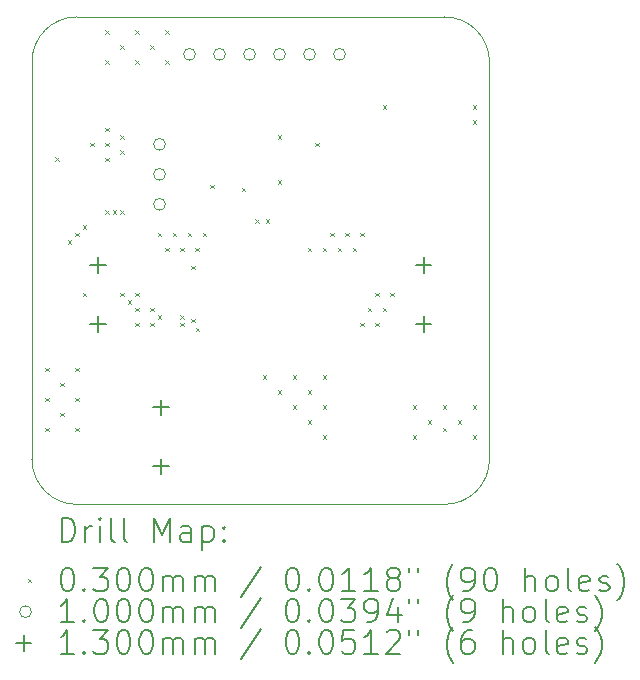
<source format=gbr>
%TF.GenerationSoftware,KiCad,Pcbnew,(6.0.7)*%
%TF.CreationDate,2022-08-26T11:03:14+03:00*%
%TF.ProjectId,DiLight_1.1,44694c69-6768-4745-9f31-2e312e6b6963,rev?*%
%TF.SameCoordinates,Original*%
%TF.FileFunction,Drillmap*%
%TF.FilePolarity,Positive*%
%FSLAX45Y45*%
G04 Gerber Fmt 4.5, Leading zero omitted, Abs format (unit mm)*
G04 Created by KiCad (PCBNEW (6.0.7)) date 2022-08-26 11:03:14*
%MOMM*%
%LPD*%
G01*
G04 APERTURE LIST*
%ADD10C,0.100000*%
%ADD11C,0.200000*%
%ADD12C,0.030000*%
%ADD13C,0.130000*%
G04 APERTURE END LIST*
D10*
X5207000Y-1714500D02*
G75*
G03*
X4826000Y-1333500I-381000J0D01*
G01*
X1333500Y-5080000D02*
G75*
G03*
X1714500Y-5461000I381000J0D01*
G01*
X1333500Y-1714500D02*
X1333500Y-5080000D01*
X5207000Y-5080000D02*
X5207000Y-1714500D01*
X1714500Y-1333500D02*
G75*
G03*
X1333500Y-1714500I0J-381000D01*
G01*
X1714500Y-5461000D02*
X4826000Y-5461000D01*
X4826000Y-5461000D02*
G75*
G03*
X5207000Y-5080000I0J381000D01*
G01*
X4826000Y-1333500D02*
X1714500Y-1333500D01*
D11*
D12*
X1445500Y-4303000D02*
X1475500Y-4333000D01*
X1475500Y-4303000D02*
X1445500Y-4333000D01*
X1445500Y-4557000D02*
X1475500Y-4587000D01*
X1475500Y-4557000D02*
X1445500Y-4587000D01*
X1445500Y-4811000D02*
X1475500Y-4841000D01*
X1475500Y-4811000D02*
X1445500Y-4841000D01*
X1532164Y-2520094D02*
X1562164Y-2550094D01*
X1562164Y-2520094D02*
X1532164Y-2550094D01*
X1572500Y-4430000D02*
X1602500Y-4460000D01*
X1602500Y-4430000D02*
X1572500Y-4460000D01*
X1572500Y-4684000D02*
X1602500Y-4714000D01*
X1602500Y-4684000D02*
X1572500Y-4714000D01*
X1636000Y-3223500D02*
X1666000Y-3253500D01*
X1666000Y-3223500D02*
X1636000Y-3253500D01*
X1699500Y-3160000D02*
X1729500Y-3190000D01*
X1729500Y-3160000D02*
X1699500Y-3190000D01*
X1699500Y-4303000D02*
X1729500Y-4333000D01*
X1729500Y-4303000D02*
X1699500Y-4333000D01*
X1699500Y-4557000D02*
X1729500Y-4587000D01*
X1729500Y-4557000D02*
X1699500Y-4587000D01*
X1699500Y-4811000D02*
X1729500Y-4841000D01*
X1729500Y-4811000D02*
X1699500Y-4841000D01*
X1763000Y-3096500D02*
X1793000Y-3126500D01*
X1793000Y-3096500D02*
X1763000Y-3126500D01*
X1763000Y-3668000D02*
X1793000Y-3698000D01*
X1793000Y-3668000D02*
X1763000Y-3698000D01*
X1826500Y-2398000D02*
X1856500Y-2428000D01*
X1856500Y-2398000D02*
X1826500Y-2428000D01*
X1953500Y-1445500D02*
X1983500Y-1475500D01*
X1983500Y-1445500D02*
X1953500Y-1475500D01*
X1953500Y-1699500D02*
X1983500Y-1729500D01*
X1983500Y-1699500D02*
X1953500Y-1729500D01*
X1953500Y-2271000D02*
X1983500Y-2301000D01*
X1983500Y-2271000D02*
X1953500Y-2301000D01*
X1953500Y-2398000D02*
X1983500Y-2428000D01*
X1983500Y-2398000D02*
X1953500Y-2428000D01*
X1953500Y-2525000D02*
X1983500Y-2555000D01*
X1983500Y-2525000D02*
X1953500Y-2555000D01*
X1953500Y-2969500D02*
X1983500Y-2999500D01*
X1983500Y-2969500D02*
X1953500Y-2999500D01*
X2017000Y-2969500D02*
X2047000Y-2999500D01*
X2047000Y-2969500D02*
X2017000Y-2999500D01*
X2080500Y-1572500D02*
X2110500Y-1602500D01*
X2110500Y-1572500D02*
X2080500Y-1602500D01*
X2080500Y-2334500D02*
X2110500Y-2364500D01*
X2110500Y-2334500D02*
X2080500Y-2364500D01*
X2080500Y-2461500D02*
X2110500Y-2491500D01*
X2110500Y-2461500D02*
X2080500Y-2491500D01*
X2080500Y-2969500D02*
X2110500Y-2999500D01*
X2110500Y-2969500D02*
X2080500Y-2999500D01*
X2080500Y-3668000D02*
X2110500Y-3698000D01*
X2110500Y-3668000D02*
X2080500Y-3698000D01*
X2144000Y-3731500D02*
X2174000Y-3761500D01*
X2174000Y-3731500D02*
X2144000Y-3761500D01*
X2207500Y-1445500D02*
X2237500Y-1475500D01*
X2237500Y-1445500D02*
X2207500Y-1475500D01*
X2207500Y-1699500D02*
X2237500Y-1729500D01*
X2237500Y-1699500D02*
X2207500Y-1729500D01*
X2207500Y-3668000D02*
X2237500Y-3698000D01*
X2237500Y-3668000D02*
X2207500Y-3698000D01*
X2207500Y-3795000D02*
X2237500Y-3825000D01*
X2237500Y-3795000D02*
X2207500Y-3825000D01*
X2207500Y-3922000D02*
X2237500Y-3952000D01*
X2237500Y-3922000D02*
X2207500Y-3952000D01*
X2334500Y-1572500D02*
X2364500Y-1602500D01*
X2364500Y-1572500D02*
X2334500Y-1602500D01*
X2334500Y-3795000D02*
X2364500Y-3825000D01*
X2364500Y-3795000D02*
X2334500Y-3825000D01*
X2334500Y-3922000D02*
X2364500Y-3952000D01*
X2364500Y-3922000D02*
X2334500Y-3952000D01*
X2398000Y-3160000D02*
X2428000Y-3190000D01*
X2428000Y-3160000D02*
X2398000Y-3190000D01*
X2398000Y-3858500D02*
X2428000Y-3888500D01*
X2428000Y-3858500D02*
X2398000Y-3888500D01*
X2461500Y-1445500D02*
X2491500Y-1475500D01*
X2491500Y-1445500D02*
X2461500Y-1475500D01*
X2461500Y-1699500D02*
X2491500Y-1729500D01*
X2491500Y-1699500D02*
X2461500Y-1729500D01*
X2461500Y-3287000D02*
X2491500Y-3317000D01*
X2491500Y-3287000D02*
X2461500Y-3317000D01*
X2525000Y-3160000D02*
X2555000Y-3190000D01*
X2555000Y-3160000D02*
X2525000Y-3190000D01*
X2588500Y-3287000D02*
X2618500Y-3317000D01*
X2618500Y-3287000D02*
X2588500Y-3317000D01*
X2588500Y-3858500D02*
X2618500Y-3888500D01*
X2618500Y-3858500D02*
X2588500Y-3888500D01*
X2588500Y-3922000D02*
X2618500Y-3952000D01*
X2618500Y-3922000D02*
X2588500Y-3952000D01*
X2652000Y-3160000D02*
X2682000Y-3190000D01*
X2682000Y-3160000D02*
X2652000Y-3190000D01*
X2682204Y-3440249D02*
X2712204Y-3470249D01*
X2712204Y-3440249D02*
X2682204Y-3470249D01*
X2682462Y-3890726D02*
X2712462Y-3920726D01*
X2712462Y-3890726D02*
X2682462Y-3920726D01*
X2715500Y-3287000D02*
X2745500Y-3317000D01*
X2745500Y-3287000D02*
X2715500Y-3317000D01*
X2721068Y-3965521D02*
X2751068Y-3995521D01*
X2751068Y-3965521D02*
X2721068Y-3995521D01*
X2779000Y-3160000D02*
X2809000Y-3190000D01*
X2809000Y-3160000D02*
X2779000Y-3190000D01*
X2841750Y-2755750D02*
X2871750Y-2785750D01*
X2871750Y-2755750D02*
X2841750Y-2785750D01*
X3109500Y-2779000D02*
X3139500Y-2809000D01*
X3139500Y-2779000D02*
X3109500Y-2809000D01*
X3224425Y-3045631D02*
X3254425Y-3075631D01*
X3254425Y-3045631D02*
X3224425Y-3075631D01*
X3287000Y-4366500D02*
X3317000Y-4396500D01*
X3317000Y-4366500D02*
X3287000Y-4396500D01*
X3314459Y-3046088D02*
X3344459Y-3076088D01*
X3344459Y-3046088D02*
X3314459Y-3076088D01*
X3414000Y-2334500D02*
X3444000Y-2364500D01*
X3444000Y-2334500D02*
X3414000Y-2364500D01*
X3414000Y-2715500D02*
X3444000Y-2745500D01*
X3444000Y-2715500D02*
X3414000Y-2745500D01*
X3414000Y-4493500D02*
X3444000Y-4523500D01*
X3444000Y-4493500D02*
X3414000Y-4523500D01*
X3541000Y-4366500D02*
X3571000Y-4396500D01*
X3571000Y-4366500D02*
X3541000Y-4396500D01*
X3541000Y-4620500D02*
X3571000Y-4650500D01*
X3571000Y-4620500D02*
X3541000Y-4650500D01*
X3668000Y-3287000D02*
X3698000Y-3317000D01*
X3698000Y-3287000D02*
X3668000Y-3317000D01*
X3668000Y-4493500D02*
X3698000Y-4523500D01*
X3698000Y-4493500D02*
X3668000Y-4523500D01*
X3668000Y-4747500D02*
X3698000Y-4777500D01*
X3698000Y-4747500D02*
X3668000Y-4777500D01*
X3731500Y-2398000D02*
X3761500Y-2428000D01*
X3761500Y-2398000D02*
X3731500Y-2428000D01*
X3795000Y-3287000D02*
X3825000Y-3317000D01*
X3825000Y-3287000D02*
X3795000Y-3317000D01*
X3795000Y-4366500D02*
X3825000Y-4396500D01*
X3825000Y-4366500D02*
X3795000Y-4396500D01*
X3795000Y-4620500D02*
X3825000Y-4650500D01*
X3825000Y-4620500D02*
X3795000Y-4650500D01*
X3795000Y-4874500D02*
X3825000Y-4904500D01*
X3825000Y-4874500D02*
X3795000Y-4904500D01*
X3858500Y-3160000D02*
X3888500Y-3190000D01*
X3888500Y-3160000D02*
X3858500Y-3190000D01*
X3922000Y-3287000D02*
X3952000Y-3317000D01*
X3952000Y-3287000D02*
X3922000Y-3317000D01*
X3985500Y-3160000D02*
X4015500Y-3190000D01*
X4015500Y-3160000D02*
X3985500Y-3190000D01*
X4049000Y-3287000D02*
X4079000Y-3317000D01*
X4079000Y-3287000D02*
X4049000Y-3317000D01*
X4112500Y-3160000D02*
X4142500Y-3190000D01*
X4142500Y-3160000D02*
X4112500Y-3190000D01*
X4112500Y-3922000D02*
X4142500Y-3952000D01*
X4142500Y-3922000D02*
X4112500Y-3952000D01*
X4176000Y-3795000D02*
X4206000Y-3825000D01*
X4206000Y-3795000D02*
X4176000Y-3825000D01*
X4239500Y-3668000D02*
X4269500Y-3698000D01*
X4269500Y-3668000D02*
X4239500Y-3698000D01*
X4239500Y-3922000D02*
X4269500Y-3952000D01*
X4269500Y-3922000D02*
X4239500Y-3952000D01*
X4303000Y-2080500D02*
X4333000Y-2110500D01*
X4333000Y-2080500D02*
X4303000Y-2110500D01*
X4303000Y-3795000D02*
X4333000Y-3825000D01*
X4333000Y-3795000D02*
X4303000Y-3825000D01*
X4366500Y-3668000D02*
X4396500Y-3698000D01*
X4396500Y-3668000D02*
X4366500Y-3698000D01*
X4557000Y-4620500D02*
X4587000Y-4650500D01*
X4587000Y-4620500D02*
X4557000Y-4650500D01*
X4557000Y-4874500D02*
X4587000Y-4904500D01*
X4587000Y-4874500D02*
X4557000Y-4904500D01*
X4684000Y-4747500D02*
X4714000Y-4777500D01*
X4714000Y-4747500D02*
X4684000Y-4777500D01*
X4811000Y-4620500D02*
X4841000Y-4650500D01*
X4841000Y-4620500D02*
X4811000Y-4650500D01*
X4811000Y-4811000D02*
X4841000Y-4841000D01*
X4841000Y-4811000D02*
X4811000Y-4841000D01*
X4938000Y-4747500D02*
X4968000Y-4777500D01*
X4968000Y-4747500D02*
X4938000Y-4777500D01*
X5065000Y-2080500D02*
X5095000Y-2110500D01*
X5095000Y-2080500D02*
X5065000Y-2110500D01*
X5065000Y-2207500D02*
X5095000Y-2237500D01*
X5095000Y-2207500D02*
X5065000Y-2237500D01*
X5065000Y-4620500D02*
X5095000Y-4650500D01*
X5095000Y-4620500D02*
X5065000Y-4650500D01*
X5065000Y-4874500D02*
X5095000Y-4904500D01*
X5095000Y-4874500D02*
X5065000Y-4904500D01*
D10*
X2463000Y-2413000D02*
G75*
G03*
X2463000Y-2413000I-50000J0D01*
G01*
X2463000Y-2667000D02*
G75*
G03*
X2463000Y-2667000I-50000J0D01*
G01*
X2463000Y-2921000D02*
G75*
G03*
X2463000Y-2921000I-50000J0D01*
G01*
X2717000Y-1651000D02*
G75*
G03*
X2717000Y-1651000I-50000J0D01*
G01*
X2971000Y-1651000D02*
G75*
G03*
X2971000Y-1651000I-50000J0D01*
G01*
X3225000Y-1651000D02*
G75*
G03*
X3225000Y-1651000I-50000J0D01*
G01*
X3479000Y-1651000D02*
G75*
G03*
X3479000Y-1651000I-50000J0D01*
G01*
X3733000Y-1651000D02*
G75*
G03*
X3733000Y-1651000I-50000J0D01*
G01*
X3987000Y-1651000D02*
G75*
G03*
X3987000Y-1651000I-50000J0D01*
G01*
D13*
X1891500Y-3368000D02*
X1891500Y-3498000D01*
X1826500Y-3433000D02*
X1956500Y-3433000D01*
X1891500Y-3868000D02*
X1891500Y-3998000D01*
X1826500Y-3933000D02*
X1956500Y-3933000D01*
X2426500Y-4574500D02*
X2426500Y-4704500D01*
X2361500Y-4639500D02*
X2491500Y-4639500D01*
X2426500Y-5074500D02*
X2426500Y-5204500D01*
X2361500Y-5139500D02*
X2491500Y-5139500D01*
X4649000Y-3368000D02*
X4649000Y-3498000D01*
X4584000Y-3433000D02*
X4714000Y-3433000D01*
X4649000Y-3868000D02*
X4649000Y-3998000D01*
X4584000Y-3933000D02*
X4714000Y-3933000D01*
D11*
X1586119Y-5776476D02*
X1586119Y-5576476D01*
X1633738Y-5576476D01*
X1662309Y-5586000D01*
X1681357Y-5605048D01*
X1690881Y-5624095D01*
X1700405Y-5662190D01*
X1700405Y-5690762D01*
X1690881Y-5728857D01*
X1681357Y-5747905D01*
X1662309Y-5766952D01*
X1633738Y-5776476D01*
X1586119Y-5776476D01*
X1786119Y-5776476D02*
X1786119Y-5643143D01*
X1786119Y-5681238D02*
X1795643Y-5662190D01*
X1805167Y-5652667D01*
X1824214Y-5643143D01*
X1843262Y-5643143D01*
X1909928Y-5776476D02*
X1909928Y-5643143D01*
X1909928Y-5576476D02*
X1900405Y-5586000D01*
X1909928Y-5595524D01*
X1919452Y-5586000D01*
X1909928Y-5576476D01*
X1909928Y-5595524D01*
X2033738Y-5776476D02*
X2014690Y-5766952D01*
X2005167Y-5747905D01*
X2005167Y-5576476D01*
X2138500Y-5776476D02*
X2119452Y-5766952D01*
X2109929Y-5747905D01*
X2109929Y-5576476D01*
X2367071Y-5776476D02*
X2367071Y-5576476D01*
X2433738Y-5719333D01*
X2500405Y-5576476D01*
X2500405Y-5776476D01*
X2681357Y-5776476D02*
X2681357Y-5671714D01*
X2671833Y-5652667D01*
X2652786Y-5643143D01*
X2614690Y-5643143D01*
X2595643Y-5652667D01*
X2681357Y-5766952D02*
X2662310Y-5776476D01*
X2614690Y-5776476D01*
X2595643Y-5766952D01*
X2586119Y-5747905D01*
X2586119Y-5728857D01*
X2595643Y-5709809D01*
X2614690Y-5700286D01*
X2662310Y-5700286D01*
X2681357Y-5690762D01*
X2776595Y-5643143D02*
X2776595Y-5843143D01*
X2776595Y-5652667D02*
X2795643Y-5643143D01*
X2833738Y-5643143D01*
X2852786Y-5652667D01*
X2862309Y-5662190D01*
X2871833Y-5681238D01*
X2871833Y-5738381D01*
X2862309Y-5757428D01*
X2852786Y-5766952D01*
X2833738Y-5776476D01*
X2795643Y-5776476D01*
X2776595Y-5766952D01*
X2957548Y-5757428D02*
X2967071Y-5766952D01*
X2957548Y-5776476D01*
X2948024Y-5766952D01*
X2957548Y-5757428D01*
X2957548Y-5776476D01*
X2957548Y-5652667D02*
X2967071Y-5662190D01*
X2957548Y-5671714D01*
X2948024Y-5662190D01*
X2957548Y-5652667D01*
X2957548Y-5671714D01*
D12*
X1298500Y-6091000D02*
X1328500Y-6121000D01*
X1328500Y-6091000D02*
X1298500Y-6121000D01*
D11*
X1624214Y-5996476D02*
X1643262Y-5996476D01*
X1662309Y-6006000D01*
X1671833Y-6015524D01*
X1681357Y-6034571D01*
X1690881Y-6072667D01*
X1690881Y-6120286D01*
X1681357Y-6158381D01*
X1671833Y-6177428D01*
X1662309Y-6186952D01*
X1643262Y-6196476D01*
X1624214Y-6196476D01*
X1605167Y-6186952D01*
X1595643Y-6177428D01*
X1586119Y-6158381D01*
X1576595Y-6120286D01*
X1576595Y-6072667D01*
X1586119Y-6034571D01*
X1595643Y-6015524D01*
X1605167Y-6006000D01*
X1624214Y-5996476D01*
X1776595Y-6177428D02*
X1786119Y-6186952D01*
X1776595Y-6196476D01*
X1767071Y-6186952D01*
X1776595Y-6177428D01*
X1776595Y-6196476D01*
X1852786Y-5996476D02*
X1976595Y-5996476D01*
X1909928Y-6072667D01*
X1938500Y-6072667D01*
X1957548Y-6082190D01*
X1967071Y-6091714D01*
X1976595Y-6110762D01*
X1976595Y-6158381D01*
X1967071Y-6177428D01*
X1957548Y-6186952D01*
X1938500Y-6196476D01*
X1881357Y-6196476D01*
X1862309Y-6186952D01*
X1852786Y-6177428D01*
X2100405Y-5996476D02*
X2119452Y-5996476D01*
X2138500Y-6006000D01*
X2148024Y-6015524D01*
X2157548Y-6034571D01*
X2167071Y-6072667D01*
X2167071Y-6120286D01*
X2157548Y-6158381D01*
X2148024Y-6177428D01*
X2138500Y-6186952D01*
X2119452Y-6196476D01*
X2100405Y-6196476D01*
X2081357Y-6186952D01*
X2071833Y-6177428D01*
X2062309Y-6158381D01*
X2052786Y-6120286D01*
X2052786Y-6072667D01*
X2062309Y-6034571D01*
X2071833Y-6015524D01*
X2081357Y-6006000D01*
X2100405Y-5996476D01*
X2290881Y-5996476D02*
X2309929Y-5996476D01*
X2328976Y-6006000D01*
X2338500Y-6015524D01*
X2348024Y-6034571D01*
X2357548Y-6072667D01*
X2357548Y-6120286D01*
X2348024Y-6158381D01*
X2338500Y-6177428D01*
X2328976Y-6186952D01*
X2309929Y-6196476D01*
X2290881Y-6196476D01*
X2271833Y-6186952D01*
X2262310Y-6177428D01*
X2252786Y-6158381D01*
X2243262Y-6120286D01*
X2243262Y-6072667D01*
X2252786Y-6034571D01*
X2262310Y-6015524D01*
X2271833Y-6006000D01*
X2290881Y-5996476D01*
X2443262Y-6196476D02*
X2443262Y-6063143D01*
X2443262Y-6082190D02*
X2452786Y-6072667D01*
X2471833Y-6063143D01*
X2500405Y-6063143D01*
X2519452Y-6072667D01*
X2528976Y-6091714D01*
X2528976Y-6196476D01*
X2528976Y-6091714D02*
X2538500Y-6072667D01*
X2557548Y-6063143D01*
X2586119Y-6063143D01*
X2605167Y-6072667D01*
X2614690Y-6091714D01*
X2614690Y-6196476D01*
X2709929Y-6196476D02*
X2709929Y-6063143D01*
X2709929Y-6082190D02*
X2719452Y-6072667D01*
X2738500Y-6063143D01*
X2767071Y-6063143D01*
X2786119Y-6072667D01*
X2795643Y-6091714D01*
X2795643Y-6196476D01*
X2795643Y-6091714D02*
X2805167Y-6072667D01*
X2824214Y-6063143D01*
X2852786Y-6063143D01*
X2871833Y-6072667D01*
X2881357Y-6091714D01*
X2881357Y-6196476D01*
X3271833Y-5986952D02*
X3100405Y-6244095D01*
X3528976Y-5996476D02*
X3548024Y-5996476D01*
X3567071Y-6006000D01*
X3576595Y-6015524D01*
X3586119Y-6034571D01*
X3595643Y-6072667D01*
X3595643Y-6120286D01*
X3586119Y-6158381D01*
X3576595Y-6177428D01*
X3567071Y-6186952D01*
X3548024Y-6196476D01*
X3528976Y-6196476D01*
X3509928Y-6186952D01*
X3500405Y-6177428D01*
X3490881Y-6158381D01*
X3481357Y-6120286D01*
X3481357Y-6072667D01*
X3490881Y-6034571D01*
X3500405Y-6015524D01*
X3509928Y-6006000D01*
X3528976Y-5996476D01*
X3681357Y-6177428D02*
X3690881Y-6186952D01*
X3681357Y-6196476D01*
X3671833Y-6186952D01*
X3681357Y-6177428D01*
X3681357Y-6196476D01*
X3814690Y-5996476D02*
X3833738Y-5996476D01*
X3852786Y-6006000D01*
X3862309Y-6015524D01*
X3871833Y-6034571D01*
X3881357Y-6072667D01*
X3881357Y-6120286D01*
X3871833Y-6158381D01*
X3862309Y-6177428D01*
X3852786Y-6186952D01*
X3833738Y-6196476D01*
X3814690Y-6196476D01*
X3795643Y-6186952D01*
X3786119Y-6177428D01*
X3776595Y-6158381D01*
X3767071Y-6120286D01*
X3767071Y-6072667D01*
X3776595Y-6034571D01*
X3786119Y-6015524D01*
X3795643Y-6006000D01*
X3814690Y-5996476D01*
X4071833Y-6196476D02*
X3957548Y-6196476D01*
X4014690Y-6196476D02*
X4014690Y-5996476D01*
X3995643Y-6025048D01*
X3976595Y-6044095D01*
X3957548Y-6053619D01*
X4262310Y-6196476D02*
X4148024Y-6196476D01*
X4205167Y-6196476D02*
X4205167Y-5996476D01*
X4186119Y-6025048D01*
X4167071Y-6044095D01*
X4148024Y-6053619D01*
X4376595Y-6082190D02*
X4357548Y-6072667D01*
X4348024Y-6063143D01*
X4338500Y-6044095D01*
X4338500Y-6034571D01*
X4348024Y-6015524D01*
X4357548Y-6006000D01*
X4376595Y-5996476D01*
X4414690Y-5996476D01*
X4433738Y-6006000D01*
X4443262Y-6015524D01*
X4452786Y-6034571D01*
X4452786Y-6044095D01*
X4443262Y-6063143D01*
X4433738Y-6072667D01*
X4414690Y-6082190D01*
X4376595Y-6082190D01*
X4357548Y-6091714D01*
X4348024Y-6101238D01*
X4338500Y-6120286D01*
X4338500Y-6158381D01*
X4348024Y-6177428D01*
X4357548Y-6186952D01*
X4376595Y-6196476D01*
X4414690Y-6196476D01*
X4433738Y-6186952D01*
X4443262Y-6177428D01*
X4452786Y-6158381D01*
X4452786Y-6120286D01*
X4443262Y-6101238D01*
X4433738Y-6091714D01*
X4414690Y-6082190D01*
X4528976Y-5996476D02*
X4528976Y-6034571D01*
X4605167Y-5996476D02*
X4605167Y-6034571D01*
X4900405Y-6272667D02*
X4890881Y-6263143D01*
X4871833Y-6234571D01*
X4862310Y-6215524D01*
X4852786Y-6186952D01*
X4843262Y-6139333D01*
X4843262Y-6101238D01*
X4852786Y-6053619D01*
X4862310Y-6025048D01*
X4871833Y-6006000D01*
X4890881Y-5977428D01*
X4900405Y-5967905D01*
X4986119Y-6196476D02*
X5024214Y-6196476D01*
X5043262Y-6186952D01*
X5052786Y-6177428D01*
X5071833Y-6148857D01*
X5081357Y-6110762D01*
X5081357Y-6034571D01*
X5071833Y-6015524D01*
X5062310Y-6006000D01*
X5043262Y-5996476D01*
X5005167Y-5996476D01*
X4986119Y-6006000D01*
X4976595Y-6015524D01*
X4967071Y-6034571D01*
X4967071Y-6082190D01*
X4976595Y-6101238D01*
X4986119Y-6110762D01*
X5005167Y-6120286D01*
X5043262Y-6120286D01*
X5062310Y-6110762D01*
X5071833Y-6101238D01*
X5081357Y-6082190D01*
X5205167Y-5996476D02*
X5224214Y-5996476D01*
X5243262Y-6006000D01*
X5252786Y-6015524D01*
X5262310Y-6034571D01*
X5271833Y-6072667D01*
X5271833Y-6120286D01*
X5262310Y-6158381D01*
X5252786Y-6177428D01*
X5243262Y-6186952D01*
X5224214Y-6196476D01*
X5205167Y-6196476D01*
X5186119Y-6186952D01*
X5176595Y-6177428D01*
X5167071Y-6158381D01*
X5157548Y-6120286D01*
X5157548Y-6072667D01*
X5167071Y-6034571D01*
X5176595Y-6015524D01*
X5186119Y-6006000D01*
X5205167Y-5996476D01*
X5509929Y-6196476D02*
X5509929Y-5996476D01*
X5595643Y-6196476D02*
X5595643Y-6091714D01*
X5586119Y-6072667D01*
X5567071Y-6063143D01*
X5538500Y-6063143D01*
X5519452Y-6072667D01*
X5509929Y-6082190D01*
X5719452Y-6196476D02*
X5700405Y-6186952D01*
X5690881Y-6177428D01*
X5681357Y-6158381D01*
X5681357Y-6101238D01*
X5690881Y-6082190D01*
X5700405Y-6072667D01*
X5719452Y-6063143D01*
X5748024Y-6063143D01*
X5767071Y-6072667D01*
X5776595Y-6082190D01*
X5786119Y-6101238D01*
X5786119Y-6158381D01*
X5776595Y-6177428D01*
X5767071Y-6186952D01*
X5748024Y-6196476D01*
X5719452Y-6196476D01*
X5900405Y-6196476D02*
X5881357Y-6186952D01*
X5871833Y-6167905D01*
X5871833Y-5996476D01*
X6052786Y-6186952D02*
X6033738Y-6196476D01*
X5995643Y-6196476D01*
X5976595Y-6186952D01*
X5967071Y-6167905D01*
X5967071Y-6091714D01*
X5976595Y-6072667D01*
X5995643Y-6063143D01*
X6033738Y-6063143D01*
X6052786Y-6072667D01*
X6062309Y-6091714D01*
X6062309Y-6110762D01*
X5967071Y-6129809D01*
X6138500Y-6186952D02*
X6157548Y-6196476D01*
X6195643Y-6196476D01*
X6214690Y-6186952D01*
X6224214Y-6167905D01*
X6224214Y-6158381D01*
X6214690Y-6139333D01*
X6195643Y-6129809D01*
X6167071Y-6129809D01*
X6148024Y-6120286D01*
X6138500Y-6101238D01*
X6138500Y-6091714D01*
X6148024Y-6072667D01*
X6167071Y-6063143D01*
X6195643Y-6063143D01*
X6214690Y-6072667D01*
X6290881Y-6272667D02*
X6300405Y-6263143D01*
X6319452Y-6234571D01*
X6328976Y-6215524D01*
X6338500Y-6186952D01*
X6348024Y-6139333D01*
X6348024Y-6101238D01*
X6338500Y-6053619D01*
X6328976Y-6025048D01*
X6319452Y-6006000D01*
X6300405Y-5977428D01*
X6290881Y-5967905D01*
D10*
X1328500Y-6370000D02*
G75*
G03*
X1328500Y-6370000I-50000J0D01*
G01*
D11*
X1690881Y-6460476D02*
X1576595Y-6460476D01*
X1633738Y-6460476D02*
X1633738Y-6260476D01*
X1614690Y-6289048D01*
X1595643Y-6308095D01*
X1576595Y-6317619D01*
X1776595Y-6441428D02*
X1786119Y-6450952D01*
X1776595Y-6460476D01*
X1767071Y-6450952D01*
X1776595Y-6441428D01*
X1776595Y-6460476D01*
X1909928Y-6260476D02*
X1928976Y-6260476D01*
X1948024Y-6270000D01*
X1957548Y-6279524D01*
X1967071Y-6298571D01*
X1976595Y-6336667D01*
X1976595Y-6384286D01*
X1967071Y-6422381D01*
X1957548Y-6441428D01*
X1948024Y-6450952D01*
X1928976Y-6460476D01*
X1909928Y-6460476D01*
X1890881Y-6450952D01*
X1881357Y-6441428D01*
X1871833Y-6422381D01*
X1862309Y-6384286D01*
X1862309Y-6336667D01*
X1871833Y-6298571D01*
X1881357Y-6279524D01*
X1890881Y-6270000D01*
X1909928Y-6260476D01*
X2100405Y-6260476D02*
X2119452Y-6260476D01*
X2138500Y-6270000D01*
X2148024Y-6279524D01*
X2157548Y-6298571D01*
X2167071Y-6336667D01*
X2167071Y-6384286D01*
X2157548Y-6422381D01*
X2148024Y-6441428D01*
X2138500Y-6450952D01*
X2119452Y-6460476D01*
X2100405Y-6460476D01*
X2081357Y-6450952D01*
X2071833Y-6441428D01*
X2062309Y-6422381D01*
X2052786Y-6384286D01*
X2052786Y-6336667D01*
X2062309Y-6298571D01*
X2071833Y-6279524D01*
X2081357Y-6270000D01*
X2100405Y-6260476D01*
X2290881Y-6260476D02*
X2309929Y-6260476D01*
X2328976Y-6270000D01*
X2338500Y-6279524D01*
X2348024Y-6298571D01*
X2357548Y-6336667D01*
X2357548Y-6384286D01*
X2348024Y-6422381D01*
X2338500Y-6441428D01*
X2328976Y-6450952D01*
X2309929Y-6460476D01*
X2290881Y-6460476D01*
X2271833Y-6450952D01*
X2262310Y-6441428D01*
X2252786Y-6422381D01*
X2243262Y-6384286D01*
X2243262Y-6336667D01*
X2252786Y-6298571D01*
X2262310Y-6279524D01*
X2271833Y-6270000D01*
X2290881Y-6260476D01*
X2443262Y-6460476D02*
X2443262Y-6327143D01*
X2443262Y-6346190D02*
X2452786Y-6336667D01*
X2471833Y-6327143D01*
X2500405Y-6327143D01*
X2519452Y-6336667D01*
X2528976Y-6355714D01*
X2528976Y-6460476D01*
X2528976Y-6355714D02*
X2538500Y-6336667D01*
X2557548Y-6327143D01*
X2586119Y-6327143D01*
X2605167Y-6336667D01*
X2614690Y-6355714D01*
X2614690Y-6460476D01*
X2709929Y-6460476D02*
X2709929Y-6327143D01*
X2709929Y-6346190D02*
X2719452Y-6336667D01*
X2738500Y-6327143D01*
X2767071Y-6327143D01*
X2786119Y-6336667D01*
X2795643Y-6355714D01*
X2795643Y-6460476D01*
X2795643Y-6355714D02*
X2805167Y-6336667D01*
X2824214Y-6327143D01*
X2852786Y-6327143D01*
X2871833Y-6336667D01*
X2881357Y-6355714D01*
X2881357Y-6460476D01*
X3271833Y-6250952D02*
X3100405Y-6508095D01*
X3528976Y-6260476D02*
X3548024Y-6260476D01*
X3567071Y-6270000D01*
X3576595Y-6279524D01*
X3586119Y-6298571D01*
X3595643Y-6336667D01*
X3595643Y-6384286D01*
X3586119Y-6422381D01*
X3576595Y-6441428D01*
X3567071Y-6450952D01*
X3548024Y-6460476D01*
X3528976Y-6460476D01*
X3509928Y-6450952D01*
X3500405Y-6441428D01*
X3490881Y-6422381D01*
X3481357Y-6384286D01*
X3481357Y-6336667D01*
X3490881Y-6298571D01*
X3500405Y-6279524D01*
X3509928Y-6270000D01*
X3528976Y-6260476D01*
X3681357Y-6441428D02*
X3690881Y-6450952D01*
X3681357Y-6460476D01*
X3671833Y-6450952D01*
X3681357Y-6441428D01*
X3681357Y-6460476D01*
X3814690Y-6260476D02*
X3833738Y-6260476D01*
X3852786Y-6270000D01*
X3862309Y-6279524D01*
X3871833Y-6298571D01*
X3881357Y-6336667D01*
X3881357Y-6384286D01*
X3871833Y-6422381D01*
X3862309Y-6441428D01*
X3852786Y-6450952D01*
X3833738Y-6460476D01*
X3814690Y-6460476D01*
X3795643Y-6450952D01*
X3786119Y-6441428D01*
X3776595Y-6422381D01*
X3767071Y-6384286D01*
X3767071Y-6336667D01*
X3776595Y-6298571D01*
X3786119Y-6279524D01*
X3795643Y-6270000D01*
X3814690Y-6260476D01*
X3948024Y-6260476D02*
X4071833Y-6260476D01*
X4005167Y-6336667D01*
X4033738Y-6336667D01*
X4052786Y-6346190D01*
X4062309Y-6355714D01*
X4071833Y-6374762D01*
X4071833Y-6422381D01*
X4062309Y-6441428D01*
X4052786Y-6450952D01*
X4033738Y-6460476D01*
X3976595Y-6460476D01*
X3957548Y-6450952D01*
X3948024Y-6441428D01*
X4167071Y-6460476D02*
X4205167Y-6460476D01*
X4224214Y-6450952D01*
X4233738Y-6441428D01*
X4252786Y-6412857D01*
X4262310Y-6374762D01*
X4262310Y-6298571D01*
X4252786Y-6279524D01*
X4243262Y-6270000D01*
X4224214Y-6260476D01*
X4186119Y-6260476D01*
X4167071Y-6270000D01*
X4157548Y-6279524D01*
X4148024Y-6298571D01*
X4148024Y-6346190D01*
X4157548Y-6365238D01*
X4167071Y-6374762D01*
X4186119Y-6384286D01*
X4224214Y-6384286D01*
X4243262Y-6374762D01*
X4252786Y-6365238D01*
X4262310Y-6346190D01*
X4433738Y-6327143D02*
X4433738Y-6460476D01*
X4386119Y-6250952D02*
X4338500Y-6393809D01*
X4462310Y-6393809D01*
X4528976Y-6260476D02*
X4528976Y-6298571D01*
X4605167Y-6260476D02*
X4605167Y-6298571D01*
X4900405Y-6536667D02*
X4890881Y-6527143D01*
X4871833Y-6498571D01*
X4862310Y-6479524D01*
X4852786Y-6450952D01*
X4843262Y-6403333D01*
X4843262Y-6365238D01*
X4852786Y-6317619D01*
X4862310Y-6289048D01*
X4871833Y-6270000D01*
X4890881Y-6241428D01*
X4900405Y-6231905D01*
X4986119Y-6460476D02*
X5024214Y-6460476D01*
X5043262Y-6450952D01*
X5052786Y-6441428D01*
X5071833Y-6412857D01*
X5081357Y-6374762D01*
X5081357Y-6298571D01*
X5071833Y-6279524D01*
X5062310Y-6270000D01*
X5043262Y-6260476D01*
X5005167Y-6260476D01*
X4986119Y-6270000D01*
X4976595Y-6279524D01*
X4967071Y-6298571D01*
X4967071Y-6346190D01*
X4976595Y-6365238D01*
X4986119Y-6374762D01*
X5005167Y-6384286D01*
X5043262Y-6384286D01*
X5062310Y-6374762D01*
X5071833Y-6365238D01*
X5081357Y-6346190D01*
X5319452Y-6460476D02*
X5319452Y-6260476D01*
X5405167Y-6460476D02*
X5405167Y-6355714D01*
X5395643Y-6336667D01*
X5376595Y-6327143D01*
X5348024Y-6327143D01*
X5328976Y-6336667D01*
X5319452Y-6346190D01*
X5528976Y-6460476D02*
X5509929Y-6450952D01*
X5500405Y-6441428D01*
X5490881Y-6422381D01*
X5490881Y-6365238D01*
X5500405Y-6346190D01*
X5509929Y-6336667D01*
X5528976Y-6327143D01*
X5557548Y-6327143D01*
X5576595Y-6336667D01*
X5586119Y-6346190D01*
X5595643Y-6365238D01*
X5595643Y-6422381D01*
X5586119Y-6441428D01*
X5576595Y-6450952D01*
X5557548Y-6460476D01*
X5528976Y-6460476D01*
X5709928Y-6460476D02*
X5690881Y-6450952D01*
X5681357Y-6431905D01*
X5681357Y-6260476D01*
X5862309Y-6450952D02*
X5843262Y-6460476D01*
X5805167Y-6460476D01*
X5786119Y-6450952D01*
X5776595Y-6431905D01*
X5776595Y-6355714D01*
X5786119Y-6336667D01*
X5805167Y-6327143D01*
X5843262Y-6327143D01*
X5862309Y-6336667D01*
X5871833Y-6355714D01*
X5871833Y-6374762D01*
X5776595Y-6393809D01*
X5948024Y-6450952D02*
X5967071Y-6460476D01*
X6005167Y-6460476D01*
X6024214Y-6450952D01*
X6033738Y-6431905D01*
X6033738Y-6422381D01*
X6024214Y-6403333D01*
X6005167Y-6393809D01*
X5976595Y-6393809D01*
X5957548Y-6384286D01*
X5948024Y-6365238D01*
X5948024Y-6355714D01*
X5957548Y-6336667D01*
X5976595Y-6327143D01*
X6005167Y-6327143D01*
X6024214Y-6336667D01*
X6100405Y-6536667D02*
X6109928Y-6527143D01*
X6128976Y-6498571D01*
X6138500Y-6479524D01*
X6148024Y-6450952D01*
X6157548Y-6403333D01*
X6157548Y-6365238D01*
X6148024Y-6317619D01*
X6138500Y-6289048D01*
X6128976Y-6270000D01*
X6109928Y-6241428D01*
X6100405Y-6231905D01*
D13*
X1263500Y-6569000D02*
X1263500Y-6699000D01*
X1198500Y-6634000D02*
X1328500Y-6634000D01*
D11*
X1690881Y-6724476D02*
X1576595Y-6724476D01*
X1633738Y-6724476D02*
X1633738Y-6524476D01*
X1614690Y-6553048D01*
X1595643Y-6572095D01*
X1576595Y-6581619D01*
X1776595Y-6705428D02*
X1786119Y-6714952D01*
X1776595Y-6724476D01*
X1767071Y-6714952D01*
X1776595Y-6705428D01*
X1776595Y-6724476D01*
X1852786Y-6524476D02*
X1976595Y-6524476D01*
X1909928Y-6600667D01*
X1938500Y-6600667D01*
X1957548Y-6610190D01*
X1967071Y-6619714D01*
X1976595Y-6638762D01*
X1976595Y-6686381D01*
X1967071Y-6705428D01*
X1957548Y-6714952D01*
X1938500Y-6724476D01*
X1881357Y-6724476D01*
X1862309Y-6714952D01*
X1852786Y-6705428D01*
X2100405Y-6524476D02*
X2119452Y-6524476D01*
X2138500Y-6534000D01*
X2148024Y-6543524D01*
X2157548Y-6562571D01*
X2167071Y-6600667D01*
X2167071Y-6648286D01*
X2157548Y-6686381D01*
X2148024Y-6705428D01*
X2138500Y-6714952D01*
X2119452Y-6724476D01*
X2100405Y-6724476D01*
X2081357Y-6714952D01*
X2071833Y-6705428D01*
X2062309Y-6686381D01*
X2052786Y-6648286D01*
X2052786Y-6600667D01*
X2062309Y-6562571D01*
X2071833Y-6543524D01*
X2081357Y-6534000D01*
X2100405Y-6524476D01*
X2290881Y-6524476D02*
X2309929Y-6524476D01*
X2328976Y-6534000D01*
X2338500Y-6543524D01*
X2348024Y-6562571D01*
X2357548Y-6600667D01*
X2357548Y-6648286D01*
X2348024Y-6686381D01*
X2338500Y-6705428D01*
X2328976Y-6714952D01*
X2309929Y-6724476D01*
X2290881Y-6724476D01*
X2271833Y-6714952D01*
X2262310Y-6705428D01*
X2252786Y-6686381D01*
X2243262Y-6648286D01*
X2243262Y-6600667D01*
X2252786Y-6562571D01*
X2262310Y-6543524D01*
X2271833Y-6534000D01*
X2290881Y-6524476D01*
X2443262Y-6724476D02*
X2443262Y-6591143D01*
X2443262Y-6610190D02*
X2452786Y-6600667D01*
X2471833Y-6591143D01*
X2500405Y-6591143D01*
X2519452Y-6600667D01*
X2528976Y-6619714D01*
X2528976Y-6724476D01*
X2528976Y-6619714D02*
X2538500Y-6600667D01*
X2557548Y-6591143D01*
X2586119Y-6591143D01*
X2605167Y-6600667D01*
X2614690Y-6619714D01*
X2614690Y-6724476D01*
X2709929Y-6724476D02*
X2709929Y-6591143D01*
X2709929Y-6610190D02*
X2719452Y-6600667D01*
X2738500Y-6591143D01*
X2767071Y-6591143D01*
X2786119Y-6600667D01*
X2795643Y-6619714D01*
X2795643Y-6724476D01*
X2795643Y-6619714D02*
X2805167Y-6600667D01*
X2824214Y-6591143D01*
X2852786Y-6591143D01*
X2871833Y-6600667D01*
X2881357Y-6619714D01*
X2881357Y-6724476D01*
X3271833Y-6514952D02*
X3100405Y-6772095D01*
X3528976Y-6524476D02*
X3548024Y-6524476D01*
X3567071Y-6534000D01*
X3576595Y-6543524D01*
X3586119Y-6562571D01*
X3595643Y-6600667D01*
X3595643Y-6648286D01*
X3586119Y-6686381D01*
X3576595Y-6705428D01*
X3567071Y-6714952D01*
X3548024Y-6724476D01*
X3528976Y-6724476D01*
X3509928Y-6714952D01*
X3500405Y-6705428D01*
X3490881Y-6686381D01*
X3481357Y-6648286D01*
X3481357Y-6600667D01*
X3490881Y-6562571D01*
X3500405Y-6543524D01*
X3509928Y-6534000D01*
X3528976Y-6524476D01*
X3681357Y-6705428D02*
X3690881Y-6714952D01*
X3681357Y-6724476D01*
X3671833Y-6714952D01*
X3681357Y-6705428D01*
X3681357Y-6724476D01*
X3814690Y-6524476D02*
X3833738Y-6524476D01*
X3852786Y-6534000D01*
X3862309Y-6543524D01*
X3871833Y-6562571D01*
X3881357Y-6600667D01*
X3881357Y-6648286D01*
X3871833Y-6686381D01*
X3862309Y-6705428D01*
X3852786Y-6714952D01*
X3833738Y-6724476D01*
X3814690Y-6724476D01*
X3795643Y-6714952D01*
X3786119Y-6705428D01*
X3776595Y-6686381D01*
X3767071Y-6648286D01*
X3767071Y-6600667D01*
X3776595Y-6562571D01*
X3786119Y-6543524D01*
X3795643Y-6534000D01*
X3814690Y-6524476D01*
X4062309Y-6524476D02*
X3967071Y-6524476D01*
X3957548Y-6619714D01*
X3967071Y-6610190D01*
X3986119Y-6600667D01*
X4033738Y-6600667D01*
X4052786Y-6610190D01*
X4062309Y-6619714D01*
X4071833Y-6638762D01*
X4071833Y-6686381D01*
X4062309Y-6705428D01*
X4052786Y-6714952D01*
X4033738Y-6724476D01*
X3986119Y-6724476D01*
X3967071Y-6714952D01*
X3957548Y-6705428D01*
X4262310Y-6724476D02*
X4148024Y-6724476D01*
X4205167Y-6724476D02*
X4205167Y-6524476D01*
X4186119Y-6553048D01*
X4167071Y-6572095D01*
X4148024Y-6581619D01*
X4338500Y-6543524D02*
X4348024Y-6534000D01*
X4367071Y-6524476D01*
X4414690Y-6524476D01*
X4433738Y-6534000D01*
X4443262Y-6543524D01*
X4452786Y-6562571D01*
X4452786Y-6581619D01*
X4443262Y-6610190D01*
X4328976Y-6724476D01*
X4452786Y-6724476D01*
X4528976Y-6524476D02*
X4528976Y-6562571D01*
X4605167Y-6524476D02*
X4605167Y-6562571D01*
X4900405Y-6800667D02*
X4890881Y-6791143D01*
X4871833Y-6762571D01*
X4862310Y-6743524D01*
X4852786Y-6714952D01*
X4843262Y-6667333D01*
X4843262Y-6629238D01*
X4852786Y-6581619D01*
X4862310Y-6553048D01*
X4871833Y-6534000D01*
X4890881Y-6505428D01*
X4900405Y-6495905D01*
X5062310Y-6524476D02*
X5024214Y-6524476D01*
X5005167Y-6534000D01*
X4995643Y-6543524D01*
X4976595Y-6572095D01*
X4967071Y-6610190D01*
X4967071Y-6686381D01*
X4976595Y-6705428D01*
X4986119Y-6714952D01*
X5005167Y-6724476D01*
X5043262Y-6724476D01*
X5062310Y-6714952D01*
X5071833Y-6705428D01*
X5081357Y-6686381D01*
X5081357Y-6638762D01*
X5071833Y-6619714D01*
X5062310Y-6610190D01*
X5043262Y-6600667D01*
X5005167Y-6600667D01*
X4986119Y-6610190D01*
X4976595Y-6619714D01*
X4967071Y-6638762D01*
X5319452Y-6724476D02*
X5319452Y-6524476D01*
X5405167Y-6724476D02*
X5405167Y-6619714D01*
X5395643Y-6600667D01*
X5376595Y-6591143D01*
X5348024Y-6591143D01*
X5328976Y-6600667D01*
X5319452Y-6610190D01*
X5528976Y-6724476D02*
X5509929Y-6714952D01*
X5500405Y-6705428D01*
X5490881Y-6686381D01*
X5490881Y-6629238D01*
X5500405Y-6610190D01*
X5509929Y-6600667D01*
X5528976Y-6591143D01*
X5557548Y-6591143D01*
X5576595Y-6600667D01*
X5586119Y-6610190D01*
X5595643Y-6629238D01*
X5595643Y-6686381D01*
X5586119Y-6705428D01*
X5576595Y-6714952D01*
X5557548Y-6724476D01*
X5528976Y-6724476D01*
X5709928Y-6724476D02*
X5690881Y-6714952D01*
X5681357Y-6695905D01*
X5681357Y-6524476D01*
X5862309Y-6714952D02*
X5843262Y-6724476D01*
X5805167Y-6724476D01*
X5786119Y-6714952D01*
X5776595Y-6695905D01*
X5776595Y-6619714D01*
X5786119Y-6600667D01*
X5805167Y-6591143D01*
X5843262Y-6591143D01*
X5862309Y-6600667D01*
X5871833Y-6619714D01*
X5871833Y-6638762D01*
X5776595Y-6657809D01*
X5948024Y-6714952D02*
X5967071Y-6724476D01*
X6005167Y-6724476D01*
X6024214Y-6714952D01*
X6033738Y-6695905D01*
X6033738Y-6686381D01*
X6024214Y-6667333D01*
X6005167Y-6657809D01*
X5976595Y-6657809D01*
X5957548Y-6648286D01*
X5948024Y-6629238D01*
X5948024Y-6619714D01*
X5957548Y-6600667D01*
X5976595Y-6591143D01*
X6005167Y-6591143D01*
X6024214Y-6600667D01*
X6100405Y-6800667D02*
X6109928Y-6791143D01*
X6128976Y-6762571D01*
X6138500Y-6743524D01*
X6148024Y-6714952D01*
X6157548Y-6667333D01*
X6157548Y-6629238D01*
X6148024Y-6581619D01*
X6138500Y-6553048D01*
X6128976Y-6534000D01*
X6109928Y-6505428D01*
X6100405Y-6495905D01*
M02*

</source>
